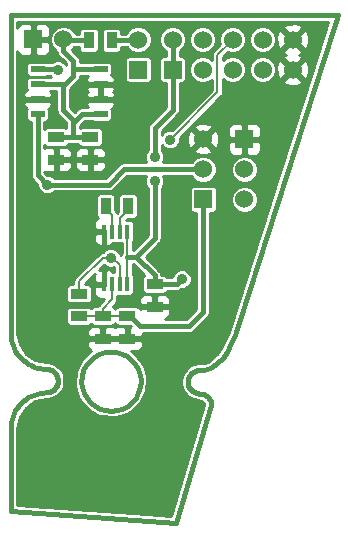
<source format=gbl>
G04 (created by PCBNEW-RS274X (2012-01-19 BZR 3256)-stable) date 21-08-2012 21:42:41*
G01*
G70*
G90*
%MOIN*%
G04 Gerber Fmt 3.4, Leading zero omitted, Abs format*
%FSLAX34Y34*%
G04 APERTURE LIST*
%ADD10C,0.006000*%
%ADD11C,0.015000*%
%ADD12R,0.045000X0.020000*%
%ADD13R,0.035000X0.055000*%
%ADD14R,0.055000X0.035000*%
%ADD15R,0.016000X0.050000*%
%ADD16R,0.060000X0.060000*%
%ADD17C,0.060000*%
%ADD18C,0.035000*%
%ADD19C,0.008000*%
%ADD20C,0.016000*%
%ADD21C,0.010000*%
G04 APERTURE END LIST*
G54D10*
G54D11*
X50413Y-33996D02*
X50610Y-33819D01*
X50256Y-34114D02*
X50413Y-33996D01*
X50197Y-34154D02*
X50256Y-34114D01*
X50098Y-34193D02*
X50197Y-34154D01*
X49980Y-34213D02*
X50098Y-34193D01*
X49843Y-34213D02*
X49980Y-34213D01*
X50768Y-33602D02*
X50610Y-33819D01*
X50906Y-33327D02*
X50768Y-33602D01*
X51024Y-33031D02*
X50906Y-33327D01*
X49843Y-34212D02*
X49809Y-34214D01*
X49775Y-34218D01*
X49742Y-34226D01*
X49709Y-34236D01*
X49677Y-34249D01*
X49647Y-34265D01*
X49618Y-34284D01*
X49590Y-34305D01*
X49565Y-34328D01*
X49542Y-34353D01*
X49521Y-34381D01*
X49502Y-34410D01*
X49486Y-34440D01*
X49473Y-34472D01*
X49463Y-34505D01*
X49455Y-34538D01*
X49451Y-34572D01*
X49449Y-34606D01*
X50237Y-35394D02*
X50235Y-35360D01*
X50231Y-35326D01*
X50223Y-35293D01*
X50213Y-35260D01*
X50200Y-35228D01*
X50184Y-35198D01*
X50165Y-35169D01*
X50144Y-35141D01*
X50121Y-35116D01*
X50096Y-35093D01*
X50068Y-35072D01*
X50040Y-35053D01*
X50009Y-35037D01*
X49977Y-35024D01*
X49944Y-35014D01*
X49911Y-35006D01*
X49877Y-35002D01*
X49843Y-35000D01*
X49449Y-34606D02*
X49451Y-34640D01*
X49455Y-34674D01*
X49463Y-34707D01*
X49473Y-34740D01*
X49486Y-34772D01*
X49502Y-34802D01*
X49521Y-34831D01*
X49542Y-34859D01*
X49565Y-34884D01*
X49590Y-34907D01*
X49618Y-34928D01*
X49647Y-34947D01*
X49677Y-34963D01*
X49709Y-34976D01*
X49742Y-34986D01*
X49775Y-34994D01*
X49809Y-34998D01*
X49843Y-35000D01*
X44724Y-34961D02*
X44622Y-34966D01*
X44519Y-34979D01*
X44419Y-35002D01*
X44321Y-35033D01*
X44225Y-35072D01*
X44134Y-35120D01*
X44047Y-35175D01*
X43965Y-35238D01*
X43889Y-35307D01*
X43820Y-35383D01*
X43757Y-35465D01*
X43702Y-35552D01*
X43654Y-35643D01*
X43615Y-35739D01*
X43584Y-35837D01*
X43561Y-35937D01*
X43548Y-36040D01*
X43543Y-36142D01*
X44724Y-34961D02*
X44758Y-34959D01*
X44792Y-34955D01*
X44825Y-34947D01*
X44858Y-34937D01*
X44890Y-34924D01*
X44921Y-34908D01*
X44949Y-34889D01*
X44977Y-34868D01*
X45002Y-34845D01*
X45025Y-34820D01*
X45046Y-34792D01*
X45065Y-34763D01*
X45081Y-34733D01*
X45094Y-34701D01*
X45104Y-34668D01*
X45112Y-34635D01*
X45116Y-34601D01*
X45118Y-34567D01*
X45118Y-34567D02*
X45116Y-34533D01*
X45112Y-34499D01*
X45104Y-34466D01*
X45094Y-34433D01*
X45081Y-34401D01*
X45065Y-34371D01*
X45046Y-34342D01*
X45025Y-34314D01*
X45002Y-34289D01*
X44977Y-34266D01*
X44949Y-34245D01*
X44921Y-34226D01*
X44890Y-34210D01*
X44858Y-34197D01*
X44825Y-34187D01*
X44792Y-34179D01*
X44758Y-34175D01*
X44724Y-34173D01*
X43543Y-32992D02*
X43548Y-33094D01*
X43561Y-33197D01*
X43584Y-33297D01*
X43615Y-33395D01*
X43654Y-33491D01*
X43702Y-33582D01*
X43757Y-33669D01*
X43820Y-33751D01*
X43889Y-33827D01*
X43965Y-33896D01*
X44047Y-33959D01*
X44134Y-34014D01*
X44225Y-34062D01*
X44321Y-34101D01*
X44419Y-34132D01*
X44519Y-34155D01*
X44622Y-34168D01*
X44724Y-34173D01*
X51024Y-33031D02*
X54449Y-22382D01*
X43543Y-32992D02*
X43543Y-22382D01*
X43543Y-22382D02*
X54449Y-22382D01*
X47878Y-34587D02*
X47859Y-34778D01*
X47803Y-34963D01*
X47712Y-35133D01*
X47591Y-35283D01*
X47442Y-35406D01*
X47272Y-35497D01*
X47088Y-35554D01*
X46896Y-35574D01*
X46705Y-35557D01*
X46520Y-35503D01*
X46350Y-35413D01*
X46199Y-35292D01*
X46075Y-35145D01*
X45982Y-34976D01*
X45924Y-34792D01*
X45903Y-34600D01*
X45919Y-34409D01*
X45972Y-34224D01*
X46060Y-34052D01*
X46180Y-33901D01*
X46327Y-33776D01*
X46495Y-33682D01*
X46678Y-33623D01*
X46870Y-33600D01*
X47061Y-33615D01*
X47247Y-33666D01*
X47419Y-33753D01*
X47571Y-33872D01*
X47697Y-34018D01*
X47792Y-34186D01*
X47853Y-34369D01*
X47877Y-34560D01*
X47878Y-34587D01*
X50236Y-35394D02*
X49055Y-39311D01*
X43543Y-38917D02*
X43543Y-36102D01*
X43543Y-38917D02*
X49055Y-39311D01*
G54D12*
X44444Y-24188D03*
X46544Y-24188D03*
X44444Y-24688D03*
X44444Y-25188D03*
X44444Y-25688D03*
X46544Y-24688D03*
X46544Y-25188D03*
X46544Y-25688D03*
G54D13*
X46160Y-23228D03*
X46910Y-23228D03*
G54D14*
X48347Y-31357D03*
X48347Y-32107D03*
X47441Y-32420D03*
X47441Y-33170D03*
X45061Y-26453D03*
X45061Y-27203D03*
X46614Y-32420D03*
X46614Y-33170D03*
X46202Y-26453D03*
X46202Y-27203D03*
G54D13*
X47462Y-28740D03*
X46712Y-28740D03*
G54D14*
X45827Y-32422D03*
X45827Y-31672D03*
G54D15*
X47433Y-31347D03*
X47178Y-31347D03*
X46918Y-31347D03*
X46663Y-31347D03*
X46663Y-29597D03*
X46918Y-29597D03*
X47178Y-29597D03*
X47433Y-29597D03*
G54D16*
X44303Y-23189D03*
G54D17*
X45303Y-23189D03*
G54D16*
X51339Y-26520D03*
G54D17*
X51339Y-27520D03*
X51339Y-28520D03*
G54D16*
X49961Y-28520D03*
G54D17*
X49961Y-27520D03*
X49961Y-26520D03*
G54D16*
X47795Y-24201D03*
G54D17*
X47795Y-23201D03*
G54D16*
X48945Y-24201D03*
G54D17*
X48945Y-23201D03*
X49945Y-24201D03*
X49945Y-23201D03*
X50945Y-24201D03*
X50945Y-23201D03*
X51945Y-24201D03*
X51945Y-23201D03*
X52945Y-24201D03*
X52945Y-23201D03*
G54D18*
X48346Y-27913D03*
X48346Y-27126D03*
X49252Y-31181D03*
X45118Y-24213D03*
X46752Y-37126D03*
X47559Y-26594D03*
X49094Y-30295D03*
X44193Y-29193D03*
X48858Y-26535D03*
X44764Y-28031D03*
X46890Y-30472D03*
G54D19*
X48337Y-31347D02*
X48347Y-31357D01*
G54D20*
X48945Y-25543D02*
X48346Y-26142D01*
X48347Y-31357D02*
X49076Y-31357D01*
X48945Y-24201D02*
X48945Y-25543D01*
X48346Y-29804D02*
X47717Y-30433D01*
X48346Y-29804D02*
X48346Y-27913D01*
X48347Y-31357D02*
X48347Y-31063D01*
G54D19*
X47433Y-29597D02*
X47433Y-30433D01*
G54D20*
X48346Y-26142D02*
X48346Y-27126D01*
X47717Y-30433D02*
X47433Y-30433D01*
X49076Y-31357D02*
X49252Y-31181D01*
X48937Y-24209D02*
X48945Y-24201D01*
X48945Y-23201D02*
X48945Y-24201D01*
X48347Y-31063D02*
X47717Y-30433D01*
G54D19*
X47433Y-30433D02*
X47433Y-31347D01*
G54D20*
X46544Y-24188D02*
X45630Y-24188D01*
X45630Y-25984D02*
X45630Y-25866D01*
X45630Y-24188D02*
X45630Y-24173D01*
X45303Y-24737D02*
X45303Y-24688D01*
X45342Y-23228D02*
X45303Y-23189D01*
X46544Y-25688D02*
X45926Y-25688D01*
X45303Y-25539D02*
X45303Y-24737D01*
X45303Y-25539D02*
X45630Y-25866D01*
X45630Y-24173D02*
X45630Y-24410D01*
X44444Y-24688D02*
X45303Y-24688D01*
X45926Y-25688D02*
X45630Y-25984D01*
X45432Y-23700D02*
X45303Y-23571D01*
X45630Y-24173D02*
X45630Y-23898D01*
X45630Y-23898D02*
X45432Y-23700D01*
X45303Y-23571D02*
X45303Y-23189D01*
X45630Y-26453D02*
X45630Y-25984D01*
X45630Y-26453D02*
X46202Y-26453D01*
X45342Y-23228D02*
X45303Y-23189D01*
X45630Y-24410D02*
X45303Y-24737D01*
X45061Y-26453D02*
X45630Y-26453D01*
X46160Y-23228D02*
X45342Y-23228D01*
X45118Y-24213D02*
X45093Y-24188D01*
X45093Y-24188D02*
X44444Y-24188D01*
G54D19*
X48858Y-26535D02*
X50433Y-24960D01*
X50433Y-23713D02*
X50945Y-23201D01*
X50433Y-24960D02*
X50433Y-23713D01*
X47178Y-29597D02*
X47178Y-29160D01*
X47178Y-29160D02*
X47462Y-28876D01*
X47462Y-28876D02*
X47462Y-28740D01*
X46712Y-28838D02*
X46918Y-29044D01*
X46918Y-29044D02*
X46918Y-29597D01*
X46712Y-28740D02*
X46712Y-28838D01*
G54D20*
X46910Y-23228D02*
X47768Y-23228D01*
X47768Y-23228D02*
X47795Y-23201D01*
G54D19*
X46614Y-32420D02*
X45829Y-32420D01*
X45829Y-32420D02*
X45827Y-32422D01*
G54D20*
X47538Y-32420D02*
X47874Y-32756D01*
X49488Y-32756D02*
X49961Y-32283D01*
G54D19*
X46918Y-31861D02*
X46918Y-31347D01*
X46614Y-32420D02*
X46614Y-32165D01*
G54D20*
X47441Y-32420D02*
X47538Y-32420D01*
G54D19*
X46614Y-32165D02*
X46918Y-31861D01*
G54D20*
X47874Y-32756D02*
X48859Y-32756D01*
X49961Y-32283D02*
X49961Y-28520D01*
G54D19*
X46614Y-32420D02*
X47441Y-32420D01*
G54D20*
X48859Y-32756D02*
X49488Y-32756D01*
X47323Y-27520D02*
X46812Y-28031D01*
X44764Y-28031D02*
X44763Y-28031D01*
X46812Y-28031D02*
X44764Y-28031D01*
X44444Y-25688D02*
X44444Y-27712D01*
X44444Y-27712D02*
X44763Y-28031D01*
X47323Y-27520D02*
X49961Y-27520D01*
G54D19*
X46890Y-30472D02*
X46615Y-30472D01*
X45827Y-31260D02*
X45827Y-31672D01*
X46615Y-30472D02*
X45827Y-31260D01*
X46890Y-30472D02*
X46928Y-30472D01*
X47178Y-30722D02*
X47178Y-31347D01*
X46928Y-30472D02*
X47178Y-30722D01*
G54D10*
G36*
X54134Y-22607D02*
X53488Y-24619D01*
X53488Y-24280D01*
X53488Y-23280D01*
X53477Y-23067D01*
X53417Y-22920D01*
X53323Y-22893D01*
X53253Y-22963D01*
X53253Y-22823D01*
X53226Y-22729D01*
X53024Y-22658D01*
X52811Y-22669D01*
X52664Y-22729D01*
X52637Y-22823D01*
X52945Y-23130D01*
X53253Y-22823D01*
X53253Y-22963D01*
X53016Y-23201D01*
X53323Y-23509D01*
X53417Y-23482D01*
X53488Y-23280D01*
X53488Y-24280D01*
X53477Y-24067D01*
X53417Y-23920D01*
X53323Y-23893D01*
X53253Y-23963D01*
X53253Y-23823D01*
X53226Y-23729D01*
X53152Y-23703D01*
X53226Y-23673D01*
X53253Y-23579D01*
X52945Y-23272D01*
X52874Y-23342D01*
X52874Y-23201D01*
X52567Y-22893D01*
X52473Y-22920D01*
X52402Y-23122D01*
X52413Y-23335D01*
X52473Y-23482D01*
X52567Y-23509D01*
X52874Y-23201D01*
X52874Y-23342D01*
X52637Y-23579D01*
X52664Y-23673D01*
X52737Y-23698D01*
X52664Y-23729D01*
X52637Y-23823D01*
X52945Y-24130D01*
X53253Y-23823D01*
X53253Y-23963D01*
X53016Y-24201D01*
X53323Y-24509D01*
X53417Y-24482D01*
X53488Y-24280D01*
X53488Y-24619D01*
X53253Y-25351D01*
X53253Y-24579D01*
X52945Y-24272D01*
X52874Y-24342D01*
X52874Y-24201D01*
X52567Y-23893D01*
X52473Y-23920D01*
X52402Y-24122D01*
X52413Y-24335D01*
X52473Y-24482D01*
X52567Y-24509D01*
X52874Y-24201D01*
X52874Y-24342D01*
X52637Y-24579D01*
X52664Y-24673D01*
X52866Y-24744D01*
X53079Y-24733D01*
X53226Y-24673D01*
X53253Y-24579D01*
X53253Y-25351D01*
X52394Y-28026D01*
X52394Y-24291D01*
X52394Y-24112D01*
X52394Y-23291D01*
X52394Y-23112D01*
X52326Y-22947D01*
X52200Y-22821D01*
X52035Y-22752D01*
X51856Y-22752D01*
X51691Y-22820D01*
X51565Y-22946D01*
X51496Y-23111D01*
X51496Y-23290D01*
X51564Y-23455D01*
X51690Y-23581D01*
X51855Y-23650D01*
X52034Y-23650D01*
X52199Y-23582D01*
X52325Y-23456D01*
X52394Y-23291D01*
X52394Y-24112D01*
X52326Y-23947D01*
X52200Y-23821D01*
X52035Y-23752D01*
X51856Y-23752D01*
X51691Y-23820D01*
X51565Y-23946D01*
X51496Y-24111D01*
X51496Y-24290D01*
X51564Y-24455D01*
X51690Y-24581D01*
X51855Y-24650D01*
X52034Y-24650D01*
X52199Y-24582D01*
X52325Y-24456D01*
X52394Y-24291D01*
X52394Y-28026D01*
X51889Y-29599D01*
X51889Y-26632D01*
X51889Y-26408D01*
X51888Y-26171D01*
X51850Y-26079D01*
X51780Y-26009D01*
X51689Y-25971D01*
X51590Y-25971D01*
X51451Y-25970D01*
X51394Y-26027D01*
X51394Y-24291D01*
X51394Y-24112D01*
X51326Y-23947D01*
X51200Y-23821D01*
X51035Y-23752D01*
X50856Y-23752D01*
X50691Y-23820D01*
X50623Y-23888D01*
X50623Y-23791D01*
X50790Y-23623D01*
X50855Y-23650D01*
X51034Y-23650D01*
X51199Y-23582D01*
X51325Y-23456D01*
X51394Y-23291D01*
X51394Y-23112D01*
X51326Y-22947D01*
X51200Y-22821D01*
X51035Y-22752D01*
X50856Y-22752D01*
X50691Y-22820D01*
X50565Y-22946D01*
X50496Y-23111D01*
X50496Y-23290D01*
X50522Y-23355D01*
X50394Y-23483D01*
X50394Y-23291D01*
X50394Y-23112D01*
X50326Y-22947D01*
X50200Y-22821D01*
X50035Y-22752D01*
X49856Y-22752D01*
X49691Y-22820D01*
X49565Y-22946D01*
X49496Y-23111D01*
X49496Y-23290D01*
X49564Y-23455D01*
X49690Y-23581D01*
X49855Y-23650D01*
X50034Y-23650D01*
X50199Y-23582D01*
X50325Y-23456D01*
X50394Y-23291D01*
X50394Y-23483D01*
X50299Y-23579D01*
X50257Y-23640D01*
X50243Y-23713D01*
X50243Y-23864D01*
X50200Y-23821D01*
X50035Y-23752D01*
X49856Y-23752D01*
X49691Y-23820D01*
X49565Y-23946D01*
X49496Y-24111D01*
X49496Y-24290D01*
X49564Y-24455D01*
X49690Y-24581D01*
X49855Y-24650D01*
X50034Y-24650D01*
X50199Y-24582D01*
X50243Y-24538D01*
X50243Y-24881D01*
X48914Y-26210D01*
X48794Y-26210D01*
X48674Y-26259D01*
X48583Y-26350D01*
X48576Y-26366D01*
X48576Y-26238D01*
X49108Y-25706D01*
X49157Y-25631D01*
X49175Y-25543D01*
X49175Y-24650D01*
X49275Y-24650D01*
X49330Y-24627D01*
X49372Y-24585D01*
X49394Y-24530D01*
X49394Y-24471D01*
X49394Y-23871D01*
X49371Y-23816D01*
X49329Y-23774D01*
X49274Y-23752D01*
X49215Y-23752D01*
X49175Y-23752D01*
X49175Y-23591D01*
X49199Y-23582D01*
X49325Y-23456D01*
X49394Y-23291D01*
X49394Y-23112D01*
X49326Y-22947D01*
X49200Y-22821D01*
X49035Y-22752D01*
X48856Y-22752D01*
X48691Y-22820D01*
X48565Y-22946D01*
X48496Y-23111D01*
X48496Y-23290D01*
X48564Y-23455D01*
X48690Y-23581D01*
X48715Y-23591D01*
X48715Y-23752D01*
X48615Y-23752D01*
X48560Y-23775D01*
X48518Y-23817D01*
X48496Y-23872D01*
X48496Y-23931D01*
X48496Y-24531D01*
X48519Y-24586D01*
X48561Y-24628D01*
X48616Y-24650D01*
X48675Y-24650D01*
X48715Y-24650D01*
X48715Y-25447D01*
X48244Y-25918D01*
X48244Y-24530D01*
X48244Y-24471D01*
X48244Y-23871D01*
X48244Y-23291D01*
X48244Y-23112D01*
X48176Y-22947D01*
X48050Y-22821D01*
X47885Y-22752D01*
X47706Y-22752D01*
X47541Y-22820D01*
X47415Y-22946D01*
X47393Y-22998D01*
X47234Y-22998D01*
X47234Y-22923D01*
X47211Y-22868D01*
X47169Y-22826D01*
X47114Y-22804D01*
X47055Y-22804D01*
X46705Y-22804D01*
X46650Y-22827D01*
X46608Y-22869D01*
X46586Y-22924D01*
X46586Y-22983D01*
X46586Y-23533D01*
X46609Y-23588D01*
X46651Y-23630D01*
X46706Y-23652D01*
X46765Y-23652D01*
X47115Y-23652D01*
X47170Y-23629D01*
X47212Y-23587D01*
X47234Y-23532D01*
X47234Y-23473D01*
X47234Y-23458D01*
X47417Y-23458D01*
X47540Y-23581D01*
X47705Y-23650D01*
X47884Y-23650D01*
X48049Y-23582D01*
X48175Y-23456D01*
X48244Y-23291D01*
X48244Y-23871D01*
X48221Y-23816D01*
X48179Y-23774D01*
X48124Y-23752D01*
X48065Y-23752D01*
X47465Y-23752D01*
X47410Y-23775D01*
X47368Y-23817D01*
X47346Y-23872D01*
X47346Y-23931D01*
X47346Y-24531D01*
X47369Y-24586D01*
X47411Y-24628D01*
X47466Y-24650D01*
X47525Y-24650D01*
X48125Y-24650D01*
X48180Y-24627D01*
X48222Y-24585D01*
X48244Y-24530D01*
X48244Y-25918D01*
X48183Y-25979D01*
X48134Y-26054D01*
X48115Y-26142D01*
X48116Y-26146D01*
X48116Y-26896D01*
X48071Y-26941D01*
X48021Y-27061D01*
X48021Y-27190D01*
X48061Y-27290D01*
X47323Y-27290D01*
X47235Y-27308D01*
X47160Y-27357D01*
X47158Y-27359D01*
X46727Y-27790D01*
X46727Y-27315D01*
X46727Y-27091D01*
X46726Y-26979D01*
X46688Y-26887D01*
X46618Y-26817D01*
X46527Y-26779D01*
X46428Y-26779D01*
X46314Y-26778D01*
X46252Y-26840D01*
X46252Y-27153D01*
X46665Y-27153D01*
X46727Y-27091D01*
X46727Y-27315D01*
X46665Y-27253D01*
X46252Y-27253D01*
X46252Y-27566D01*
X46314Y-27628D01*
X46428Y-27627D01*
X46527Y-27627D01*
X46618Y-27589D01*
X46688Y-27519D01*
X46726Y-27427D01*
X46727Y-27315D01*
X46727Y-27790D01*
X46716Y-27801D01*
X46152Y-27801D01*
X46152Y-27566D01*
X46152Y-27253D01*
X46152Y-27153D01*
X46152Y-26840D01*
X46090Y-26778D01*
X45976Y-26779D01*
X45877Y-26779D01*
X45786Y-26817D01*
X45716Y-26887D01*
X45678Y-26979D01*
X45677Y-27091D01*
X45739Y-27153D01*
X46152Y-27153D01*
X46152Y-27253D01*
X45739Y-27253D01*
X45677Y-27315D01*
X45678Y-27427D01*
X45716Y-27519D01*
X45786Y-27589D01*
X45877Y-27627D01*
X45976Y-27627D01*
X46090Y-27628D01*
X46152Y-27566D01*
X46152Y-27801D01*
X45586Y-27801D01*
X45586Y-27315D01*
X45586Y-27091D01*
X45585Y-26979D01*
X45547Y-26887D01*
X45477Y-26817D01*
X45386Y-26779D01*
X45287Y-26779D01*
X45173Y-26778D01*
X45111Y-26840D01*
X45111Y-27153D01*
X45524Y-27153D01*
X45586Y-27091D01*
X45586Y-27315D01*
X45524Y-27253D01*
X45111Y-27253D01*
X45111Y-27566D01*
X45173Y-27628D01*
X45287Y-27627D01*
X45386Y-27627D01*
X45477Y-27589D01*
X45547Y-27519D01*
X45585Y-27427D01*
X45586Y-27315D01*
X45586Y-27801D01*
X44994Y-27801D01*
X44949Y-27756D01*
X44829Y-27706D01*
X44764Y-27706D01*
X44674Y-27616D01*
X44674Y-27601D01*
X44736Y-27627D01*
X44835Y-27627D01*
X44949Y-27628D01*
X45011Y-27566D01*
X45011Y-27303D01*
X45011Y-27253D01*
X45011Y-27153D01*
X45011Y-27103D01*
X45011Y-26840D01*
X44949Y-26778D01*
X44835Y-26779D01*
X44736Y-26779D01*
X44674Y-26804D01*
X44674Y-26727D01*
X44702Y-26755D01*
X44757Y-26777D01*
X44816Y-26777D01*
X45366Y-26777D01*
X45421Y-26754D01*
X45463Y-26712D01*
X45474Y-26683D01*
X45630Y-26683D01*
X45788Y-26683D01*
X45801Y-26713D01*
X45843Y-26755D01*
X45898Y-26777D01*
X45957Y-26777D01*
X46507Y-26777D01*
X46562Y-26754D01*
X46604Y-26712D01*
X46626Y-26657D01*
X46626Y-26598D01*
X46626Y-26248D01*
X46603Y-26193D01*
X46561Y-26151D01*
X46506Y-26129D01*
X46447Y-26129D01*
X45897Y-26129D01*
X45860Y-26144D01*
X45860Y-26079D01*
X46021Y-25918D01*
X46242Y-25918D01*
X46290Y-25937D01*
X46349Y-25937D01*
X46799Y-25937D01*
X46854Y-25914D01*
X46896Y-25872D01*
X46918Y-25817D01*
X46918Y-25758D01*
X46918Y-25558D01*
X46895Y-25504D01*
X46910Y-25499D01*
X46980Y-25429D01*
X47018Y-25337D01*
X47019Y-25300D01*
X47019Y-25076D01*
X47018Y-25039D01*
X46980Y-24947D01*
X46971Y-24938D01*
X46980Y-24929D01*
X47018Y-24837D01*
X47019Y-24800D01*
X46957Y-24738D01*
X46594Y-24738D01*
X46594Y-24900D01*
X46594Y-24976D01*
X46594Y-25138D01*
X46957Y-25138D01*
X47019Y-25076D01*
X47019Y-25300D01*
X46957Y-25238D01*
X46644Y-25238D01*
X46594Y-25238D01*
X46494Y-25238D01*
X46494Y-25138D01*
X46494Y-24976D01*
X46494Y-24900D01*
X46494Y-24738D01*
X46131Y-24738D01*
X46069Y-24800D01*
X46070Y-24837D01*
X46108Y-24929D01*
X46117Y-24938D01*
X46108Y-24947D01*
X46070Y-25039D01*
X46069Y-25076D01*
X46131Y-25138D01*
X46494Y-25138D01*
X46494Y-25238D01*
X46444Y-25238D01*
X46131Y-25238D01*
X46069Y-25300D01*
X46070Y-25337D01*
X46108Y-25429D01*
X46137Y-25458D01*
X45926Y-25458D01*
X45838Y-25476D01*
X45763Y-25525D01*
X45761Y-25527D01*
X45689Y-25599D01*
X45533Y-25443D01*
X45533Y-24832D01*
X45790Y-24574D01*
X45792Y-24573D01*
X45793Y-24573D01*
X45842Y-24498D01*
X45858Y-24418D01*
X46137Y-24418D01*
X46108Y-24447D01*
X46070Y-24539D01*
X46069Y-24576D01*
X46131Y-24638D01*
X46444Y-24638D01*
X46494Y-24638D01*
X46594Y-24638D01*
X46644Y-24638D01*
X46957Y-24638D01*
X47019Y-24576D01*
X47018Y-24539D01*
X46980Y-24447D01*
X46910Y-24377D01*
X46896Y-24371D01*
X46918Y-24317D01*
X46918Y-24258D01*
X46918Y-24058D01*
X46895Y-24003D01*
X46853Y-23961D01*
X46798Y-23939D01*
X46739Y-23939D01*
X46289Y-23939D01*
X46243Y-23958D01*
X45860Y-23958D01*
X45860Y-23902D01*
X45860Y-23898D01*
X45861Y-23898D01*
X45842Y-23810D01*
X45793Y-23735D01*
X45595Y-23537D01*
X45592Y-23535D01*
X45592Y-23534D01*
X45669Y-23458D01*
X45836Y-23458D01*
X45836Y-23533D01*
X45859Y-23588D01*
X45901Y-23630D01*
X45956Y-23652D01*
X46015Y-23652D01*
X46365Y-23652D01*
X46420Y-23629D01*
X46462Y-23587D01*
X46484Y-23532D01*
X46484Y-23473D01*
X46484Y-22923D01*
X46461Y-22868D01*
X46419Y-22826D01*
X46364Y-22804D01*
X46305Y-22804D01*
X45955Y-22804D01*
X45900Y-22827D01*
X45858Y-22869D01*
X45836Y-22924D01*
X45836Y-22983D01*
X45836Y-22998D01*
X45709Y-22998D01*
X45684Y-22935D01*
X45558Y-22809D01*
X45393Y-22740D01*
X45214Y-22740D01*
X45049Y-22808D01*
X44923Y-22934D01*
X44854Y-23099D01*
X44854Y-23278D01*
X44922Y-23443D01*
X45048Y-23569D01*
X45073Y-23579D01*
X45074Y-23580D01*
X45091Y-23659D01*
X45140Y-23734D01*
X45267Y-23860D01*
X45269Y-23863D01*
X45400Y-23994D01*
X45400Y-24043D01*
X45394Y-24029D01*
X45303Y-23938D01*
X45183Y-23888D01*
X45054Y-23888D01*
X44934Y-23937D01*
X44913Y-23958D01*
X44853Y-23958D01*
X44853Y-23301D01*
X44853Y-23077D01*
X44852Y-22938D01*
X44852Y-22839D01*
X44814Y-22748D01*
X44744Y-22678D01*
X44652Y-22640D01*
X44415Y-22639D01*
X44353Y-22701D01*
X44353Y-23139D01*
X44791Y-23139D01*
X44853Y-23077D01*
X44853Y-23301D01*
X44791Y-23239D01*
X44353Y-23239D01*
X44353Y-23677D01*
X44415Y-23739D01*
X44652Y-23738D01*
X44744Y-23700D01*
X44814Y-23630D01*
X44852Y-23539D01*
X44852Y-23440D01*
X44853Y-23301D01*
X44853Y-23958D01*
X44745Y-23958D01*
X44698Y-23939D01*
X44639Y-23939D01*
X44189Y-23939D01*
X44134Y-23962D01*
X44092Y-24004D01*
X44070Y-24059D01*
X44070Y-24118D01*
X44070Y-24318D01*
X44093Y-24373D01*
X44135Y-24415D01*
X44190Y-24437D01*
X44249Y-24437D01*
X44699Y-24437D01*
X44744Y-24418D01*
X44863Y-24418D01*
X44903Y-24458D01*
X44745Y-24458D01*
X44698Y-24439D01*
X44639Y-24439D01*
X44189Y-24439D01*
X44134Y-24462D01*
X44092Y-24504D01*
X44070Y-24559D01*
X44070Y-24618D01*
X44070Y-24818D01*
X44092Y-24871D01*
X44078Y-24877D01*
X44008Y-24947D01*
X43970Y-25039D01*
X43969Y-25076D01*
X44031Y-25138D01*
X44344Y-25138D01*
X44394Y-25138D01*
X44494Y-25138D01*
X44544Y-25138D01*
X44857Y-25138D01*
X44919Y-25076D01*
X44918Y-25039D01*
X44880Y-24947D01*
X44851Y-24918D01*
X45073Y-24918D01*
X45073Y-25534D01*
X45072Y-25539D01*
X45091Y-25627D01*
X45140Y-25702D01*
X45400Y-25961D01*
X45400Y-25979D01*
X45399Y-25984D01*
X45400Y-25988D01*
X45400Y-26143D01*
X45365Y-26129D01*
X45306Y-26129D01*
X44756Y-26129D01*
X44701Y-26152D01*
X44674Y-26179D01*
X44674Y-25937D01*
X44699Y-25937D01*
X44754Y-25914D01*
X44796Y-25872D01*
X44818Y-25817D01*
X44818Y-25758D01*
X44818Y-25558D01*
X44795Y-25504D01*
X44810Y-25499D01*
X44880Y-25429D01*
X44918Y-25337D01*
X44919Y-25300D01*
X44857Y-25238D01*
X44544Y-25238D01*
X44494Y-25238D01*
X44394Y-25238D01*
X44344Y-25238D01*
X44031Y-25238D01*
X43969Y-25300D01*
X43970Y-25337D01*
X44008Y-25429D01*
X44078Y-25499D01*
X44091Y-25504D01*
X44070Y-25559D01*
X44070Y-25618D01*
X44070Y-25818D01*
X44093Y-25873D01*
X44135Y-25915D01*
X44190Y-25937D01*
X44214Y-25937D01*
X44214Y-27707D01*
X44213Y-27712D01*
X44232Y-27800D01*
X44281Y-27875D01*
X44439Y-28033D01*
X44439Y-28095D01*
X44488Y-28215D01*
X44579Y-28306D01*
X44699Y-28356D01*
X44828Y-28356D01*
X44948Y-28307D01*
X44994Y-28261D01*
X46807Y-28261D01*
X46812Y-28262D01*
X46812Y-28261D01*
X46900Y-28243D01*
X46975Y-28194D01*
X47418Y-27750D01*
X48061Y-27750D01*
X48021Y-27848D01*
X48021Y-27977D01*
X48070Y-28097D01*
X48116Y-28143D01*
X48116Y-29708D01*
X47623Y-30201D01*
X47623Y-29948D01*
X47640Y-29931D01*
X47662Y-29876D01*
X47662Y-29817D01*
X47662Y-29317D01*
X47639Y-29262D01*
X47597Y-29220D01*
X47542Y-29198D01*
X47483Y-29198D01*
X47408Y-29198D01*
X47442Y-29164D01*
X47667Y-29164D01*
X47722Y-29141D01*
X47764Y-29099D01*
X47786Y-29044D01*
X47786Y-28985D01*
X47786Y-28435D01*
X47763Y-28380D01*
X47721Y-28338D01*
X47666Y-28316D01*
X47607Y-28316D01*
X47257Y-28316D01*
X47202Y-28339D01*
X47160Y-28381D01*
X47138Y-28436D01*
X47138Y-28495D01*
X47138Y-28931D01*
X47094Y-28975D01*
X47094Y-28971D01*
X47052Y-28910D01*
X47052Y-28909D01*
X47036Y-28893D01*
X47036Y-28435D01*
X47013Y-28380D01*
X46971Y-28338D01*
X46916Y-28316D01*
X46857Y-28316D01*
X46507Y-28316D01*
X46452Y-28339D01*
X46410Y-28381D01*
X46388Y-28436D01*
X46388Y-28495D01*
X46388Y-29045D01*
X46411Y-29100D01*
X46445Y-29134D01*
X46442Y-29136D01*
X46372Y-29206D01*
X46334Y-29297D01*
X46334Y-29396D01*
X46333Y-29485D01*
X46395Y-29547D01*
X46563Y-29547D01*
X46623Y-29547D01*
X46689Y-29547D01*
X46689Y-29877D01*
X46703Y-29910D01*
X46703Y-30035D01*
X46765Y-30097D01*
X46792Y-30096D01*
X46884Y-30058D01*
X46946Y-29996D01*
X47028Y-29996D01*
X47048Y-29987D01*
X47069Y-29996D01*
X47128Y-29996D01*
X47243Y-29996D01*
X47243Y-30311D01*
X47221Y-30345D01*
X47210Y-30396D01*
X47166Y-30288D01*
X47075Y-30197D01*
X46955Y-30147D01*
X46826Y-30147D01*
X46706Y-30196D01*
X46623Y-30279D01*
X46623Y-30035D01*
X46623Y-29647D01*
X46395Y-29647D01*
X46333Y-29709D01*
X46334Y-29798D01*
X46334Y-29897D01*
X46372Y-29988D01*
X46442Y-30058D01*
X46534Y-30096D01*
X46561Y-30097D01*
X46623Y-30035D01*
X46623Y-30279D01*
X46620Y-30282D01*
X46615Y-30282D01*
X46542Y-30296D01*
X46480Y-30338D01*
X45693Y-31126D01*
X45651Y-31187D01*
X45637Y-31260D01*
X45637Y-31348D01*
X45522Y-31348D01*
X45467Y-31371D01*
X45425Y-31413D01*
X45403Y-31468D01*
X45403Y-31527D01*
X45403Y-31877D01*
X45426Y-31932D01*
X45468Y-31974D01*
X45523Y-31996D01*
X45582Y-31996D01*
X46132Y-31996D01*
X46187Y-31973D01*
X46229Y-31931D01*
X46251Y-31876D01*
X46251Y-31817D01*
X46251Y-31467D01*
X46228Y-31412D01*
X46186Y-31370D01*
X46131Y-31348D01*
X46072Y-31348D01*
X46017Y-31348D01*
X46017Y-31338D01*
X46352Y-31003D01*
X46334Y-31047D01*
X46334Y-31146D01*
X46333Y-31235D01*
X46395Y-31297D01*
X46623Y-31297D01*
X46623Y-30909D01*
X46561Y-30847D01*
X46534Y-30848D01*
X46489Y-30866D01*
X46656Y-30698D01*
X46705Y-30747D01*
X46825Y-30797D01*
X46954Y-30797D01*
X46975Y-30788D01*
X46988Y-30800D01*
X46988Y-30948D01*
X46968Y-30948D01*
X46946Y-30948D01*
X46884Y-30886D01*
X46792Y-30848D01*
X46765Y-30847D01*
X46703Y-30909D01*
X46703Y-31033D01*
X46689Y-31068D01*
X46689Y-31127D01*
X46689Y-31397D01*
X46623Y-31397D01*
X46563Y-31397D01*
X46395Y-31397D01*
X46333Y-31459D01*
X46334Y-31548D01*
X46334Y-31647D01*
X46372Y-31738D01*
X46442Y-31808D01*
X46534Y-31846D01*
X46561Y-31847D01*
X46563Y-31845D01*
X46563Y-31847D01*
X46623Y-31847D01*
X46663Y-31847D01*
X46623Y-31887D01*
X46480Y-32031D01*
X46438Y-32092D01*
X46437Y-32096D01*
X46309Y-32096D01*
X46254Y-32119D01*
X46219Y-32153D01*
X46186Y-32120D01*
X46131Y-32098D01*
X46072Y-32098D01*
X45522Y-32098D01*
X45467Y-32121D01*
X45425Y-32163D01*
X45403Y-32218D01*
X45403Y-32277D01*
X45403Y-32627D01*
X45426Y-32682D01*
X45468Y-32724D01*
X45523Y-32746D01*
X45582Y-32746D01*
X46132Y-32746D01*
X46187Y-32723D01*
X46221Y-32688D01*
X46255Y-32722D01*
X46310Y-32744D01*
X46369Y-32744D01*
X46919Y-32744D01*
X46974Y-32721D01*
X47016Y-32679D01*
X47027Y-32650D01*
X47040Y-32680D01*
X47082Y-32722D01*
X47137Y-32744D01*
X47196Y-32744D01*
X47536Y-32744D01*
X47545Y-32753D01*
X47491Y-32807D01*
X47491Y-33120D01*
X47904Y-33120D01*
X47966Y-33058D01*
X47965Y-32986D01*
X48859Y-32986D01*
X49483Y-32986D01*
X49488Y-32987D01*
X49488Y-32986D01*
X49576Y-32968D01*
X49651Y-32919D01*
X50121Y-32447D01*
X50123Y-32446D01*
X50124Y-32446D01*
X50172Y-32371D01*
X50173Y-32371D01*
X50187Y-32298D01*
X50191Y-32284D01*
X50190Y-32283D01*
X50191Y-32283D01*
X50191Y-28969D01*
X50291Y-28969D01*
X50346Y-28946D01*
X50388Y-28904D01*
X50410Y-28849D01*
X50410Y-28790D01*
X50410Y-28190D01*
X50387Y-28135D01*
X50345Y-28093D01*
X50290Y-28071D01*
X50231Y-28071D01*
X49631Y-28071D01*
X49576Y-28094D01*
X49534Y-28136D01*
X49512Y-28191D01*
X49512Y-28250D01*
X49512Y-28850D01*
X49535Y-28905D01*
X49577Y-28947D01*
X49632Y-28969D01*
X49691Y-28969D01*
X49731Y-28969D01*
X49731Y-32187D01*
X49392Y-32526D01*
X48859Y-32526D01*
X48683Y-32526D01*
X48763Y-32493D01*
X48833Y-32423D01*
X48871Y-32331D01*
X48872Y-32219D01*
X48872Y-31995D01*
X48871Y-31883D01*
X48833Y-31791D01*
X48763Y-31721D01*
X48672Y-31683D01*
X48573Y-31683D01*
X48459Y-31682D01*
X48397Y-31744D01*
X48397Y-32057D01*
X48810Y-32057D01*
X48872Y-31995D01*
X48872Y-32219D01*
X48810Y-32157D01*
X48447Y-32157D01*
X48397Y-32157D01*
X48297Y-32157D01*
X48297Y-32057D01*
X48297Y-31744D01*
X48235Y-31682D01*
X48121Y-31683D01*
X48022Y-31683D01*
X47931Y-31721D01*
X47861Y-31791D01*
X47823Y-31883D01*
X47822Y-31995D01*
X47884Y-32057D01*
X48297Y-32057D01*
X48297Y-32157D01*
X48247Y-32157D01*
X47884Y-32157D01*
X47853Y-32187D01*
X47842Y-32160D01*
X47800Y-32118D01*
X47745Y-32096D01*
X47686Y-32096D01*
X47136Y-32096D01*
X47081Y-32119D01*
X47039Y-32161D01*
X47027Y-32189D01*
X47015Y-32160D01*
X46973Y-32118D01*
X46942Y-32105D01*
X47052Y-31996D01*
X47052Y-31995D01*
X47068Y-31970D01*
X47093Y-31934D01*
X47094Y-31934D01*
X47107Y-31862D01*
X47108Y-31861D01*
X47108Y-31746D01*
X47128Y-31746D01*
X47288Y-31746D01*
X47305Y-31738D01*
X47324Y-31746D01*
X47383Y-31746D01*
X47543Y-31746D01*
X47598Y-31723D01*
X47640Y-31681D01*
X47662Y-31626D01*
X47662Y-31567D01*
X47662Y-31067D01*
X47639Y-31012D01*
X47623Y-30996D01*
X47623Y-30664D01*
X48006Y-31047D01*
X47987Y-31056D01*
X47945Y-31098D01*
X47923Y-31153D01*
X47923Y-31212D01*
X47923Y-31562D01*
X47946Y-31617D01*
X47988Y-31659D01*
X48043Y-31681D01*
X48102Y-31681D01*
X48652Y-31681D01*
X48707Y-31658D01*
X48749Y-31616D01*
X48760Y-31587D01*
X49071Y-31587D01*
X49076Y-31588D01*
X49076Y-31587D01*
X49164Y-31569D01*
X49239Y-31520D01*
X49252Y-31506D01*
X49316Y-31506D01*
X49436Y-31457D01*
X49527Y-31366D01*
X49577Y-31246D01*
X49577Y-31117D01*
X49528Y-30997D01*
X49437Y-30906D01*
X49317Y-30856D01*
X49188Y-30856D01*
X49068Y-30905D01*
X48977Y-30996D01*
X48927Y-31116D01*
X48927Y-31127D01*
X48760Y-31127D01*
X48748Y-31097D01*
X48706Y-31055D01*
X48651Y-31033D01*
X48592Y-31033D01*
X48570Y-31033D01*
X48559Y-30975D01*
X48510Y-30900D01*
X48507Y-30898D01*
X48042Y-30432D01*
X48506Y-29968D01*
X48508Y-29967D01*
X48509Y-29967D01*
X48558Y-29892D01*
X48576Y-29804D01*
X48576Y-28143D01*
X48621Y-28098D01*
X48671Y-27978D01*
X48671Y-27849D01*
X48630Y-27750D01*
X49570Y-27750D01*
X49580Y-27774D01*
X49706Y-27900D01*
X49871Y-27969D01*
X50050Y-27969D01*
X50215Y-27901D01*
X50341Y-27775D01*
X50410Y-27610D01*
X50410Y-27431D01*
X50342Y-27266D01*
X50269Y-27193D01*
X50269Y-26898D01*
X49961Y-26591D01*
X49890Y-26661D01*
X49890Y-26520D01*
X49583Y-26212D01*
X49489Y-26239D01*
X49418Y-26441D01*
X49429Y-26654D01*
X49489Y-26801D01*
X49583Y-26828D01*
X49890Y-26520D01*
X49890Y-26661D01*
X49653Y-26898D01*
X49680Y-26992D01*
X49882Y-27063D01*
X50095Y-27052D01*
X50242Y-26992D01*
X50269Y-26898D01*
X50269Y-27193D01*
X50216Y-27140D01*
X50051Y-27071D01*
X49872Y-27071D01*
X49707Y-27139D01*
X49581Y-27265D01*
X49570Y-27290D01*
X48629Y-27290D01*
X48671Y-27191D01*
X48671Y-27062D01*
X48622Y-26942D01*
X48576Y-26896D01*
X48576Y-26704D01*
X48582Y-26719D01*
X48673Y-26810D01*
X48793Y-26860D01*
X48922Y-26860D01*
X49042Y-26811D01*
X49133Y-26720D01*
X49183Y-26600D01*
X49183Y-26478D01*
X50567Y-25095D01*
X50567Y-25094D01*
X50609Y-25033D01*
X50622Y-24960D01*
X50623Y-24960D01*
X50623Y-24514D01*
X50690Y-24581D01*
X50855Y-24650D01*
X51034Y-24650D01*
X51199Y-24582D01*
X51325Y-24456D01*
X51394Y-24291D01*
X51394Y-26027D01*
X51389Y-26032D01*
X51389Y-26470D01*
X51827Y-26470D01*
X51889Y-26408D01*
X51889Y-26632D01*
X51827Y-26570D01*
X51389Y-26570D01*
X51389Y-27008D01*
X51451Y-27070D01*
X51590Y-27069D01*
X51689Y-27069D01*
X51780Y-27031D01*
X51850Y-26961D01*
X51888Y-26869D01*
X51889Y-26632D01*
X51889Y-29599D01*
X51788Y-29914D01*
X51788Y-28610D01*
X51788Y-28431D01*
X51788Y-27610D01*
X51788Y-27431D01*
X51720Y-27266D01*
X51594Y-27140D01*
X51429Y-27071D01*
X51289Y-27071D01*
X51289Y-27008D01*
X51289Y-26570D01*
X51289Y-26470D01*
X51289Y-26032D01*
X51227Y-25970D01*
X51088Y-25971D01*
X50989Y-25971D01*
X50898Y-26009D01*
X50828Y-26079D01*
X50790Y-26171D01*
X50789Y-26408D01*
X50851Y-26470D01*
X51289Y-26470D01*
X51289Y-26570D01*
X50851Y-26570D01*
X50789Y-26632D01*
X50790Y-26869D01*
X50828Y-26961D01*
X50898Y-27031D01*
X50989Y-27069D01*
X51088Y-27069D01*
X51227Y-27070D01*
X51289Y-27008D01*
X51289Y-27071D01*
X51250Y-27071D01*
X51085Y-27139D01*
X50959Y-27265D01*
X50890Y-27430D01*
X50890Y-27609D01*
X50958Y-27774D01*
X51084Y-27900D01*
X51249Y-27969D01*
X51428Y-27969D01*
X51593Y-27901D01*
X51719Y-27775D01*
X51788Y-27610D01*
X51788Y-28431D01*
X51720Y-28266D01*
X51594Y-28140D01*
X51429Y-28071D01*
X51250Y-28071D01*
X51085Y-28139D01*
X50959Y-28265D01*
X50890Y-28430D01*
X50890Y-28609D01*
X50958Y-28774D01*
X51084Y-28900D01*
X51249Y-28969D01*
X51428Y-28969D01*
X51593Y-28901D01*
X51719Y-28775D01*
X51788Y-28610D01*
X51788Y-29914D01*
X50812Y-32954D01*
X50702Y-33229D01*
X50574Y-33485D01*
X50504Y-33580D01*
X50504Y-26599D01*
X50493Y-26386D01*
X50433Y-26239D01*
X50339Y-26212D01*
X50269Y-26282D01*
X50269Y-26142D01*
X50242Y-26048D01*
X50040Y-25977D01*
X49827Y-25988D01*
X49680Y-26048D01*
X49653Y-26142D01*
X49961Y-26449D01*
X50269Y-26142D01*
X50269Y-26282D01*
X50032Y-26520D01*
X50339Y-26828D01*
X50433Y-26801D01*
X50504Y-26599D01*
X50504Y-33580D01*
X50440Y-33668D01*
X50274Y-33818D01*
X50121Y-33934D01*
X50120Y-33934D01*
X50092Y-33953D01*
X50040Y-33974D01*
X49959Y-33988D01*
X49843Y-33988D01*
X49822Y-33992D01*
X49798Y-33992D01*
X49648Y-34021D01*
X49567Y-34055D01*
X49439Y-34140D01*
X49377Y-34201D01*
X49376Y-34202D01*
X49376Y-34203D01*
X49292Y-34330D01*
X49291Y-34330D01*
X49291Y-34331D01*
X49258Y-34412D01*
X49228Y-34562D01*
X49228Y-34650D01*
X49258Y-34800D01*
X49291Y-34881D01*
X49292Y-34882D01*
X49376Y-35009D01*
X49377Y-35011D01*
X49438Y-35071D01*
X49439Y-35072D01*
X49567Y-35157D01*
X49648Y-35191D01*
X49795Y-35219D01*
X49798Y-35220D01*
X49799Y-35221D01*
X49906Y-35241D01*
X49959Y-35277D01*
X49994Y-35330D01*
X50005Y-35384D01*
X48891Y-39075D01*
X48098Y-39018D01*
X48098Y-34511D01*
X48097Y-34510D01*
X48098Y-34510D01*
X48089Y-34424D01*
X48089Y-34423D01*
X47977Y-34055D01*
X47977Y-34054D01*
X47962Y-34027D01*
X47936Y-33977D01*
X47933Y-33974D01*
X47690Y-33679D01*
X47622Y-33623D01*
X47617Y-33621D01*
X47567Y-33594D01*
X47667Y-33594D01*
X47766Y-33594D01*
X47857Y-33556D01*
X47927Y-33486D01*
X47965Y-33394D01*
X47966Y-33282D01*
X47904Y-33220D01*
X47541Y-33220D01*
X47491Y-33220D01*
X47391Y-33220D01*
X47391Y-33120D01*
X47391Y-32807D01*
X47329Y-32745D01*
X47215Y-32746D01*
X47116Y-32746D01*
X47027Y-32782D01*
X46939Y-32746D01*
X46840Y-32746D01*
X46726Y-32745D01*
X46664Y-32807D01*
X46664Y-33120D01*
X46978Y-33120D01*
X47077Y-33120D01*
X47391Y-33120D01*
X47391Y-33220D01*
X47341Y-33220D01*
X47077Y-33220D01*
X46978Y-33220D01*
X46714Y-33220D01*
X46664Y-33220D01*
X46564Y-33220D01*
X46564Y-33120D01*
X46564Y-32807D01*
X46502Y-32745D01*
X46388Y-32746D01*
X46289Y-32746D01*
X46198Y-32784D01*
X46128Y-32854D01*
X46090Y-32946D01*
X46089Y-33058D01*
X46151Y-33120D01*
X46564Y-33120D01*
X46564Y-33220D01*
X46514Y-33220D01*
X46151Y-33220D01*
X46089Y-33282D01*
X46090Y-33394D01*
X46128Y-33486D01*
X46198Y-33556D01*
X46241Y-33573D01*
X45982Y-33787D01*
X45926Y-33855D01*
X45924Y-33859D01*
X45745Y-34194D01*
X45744Y-34196D01*
X45726Y-34254D01*
X45719Y-34279D01*
X45719Y-34280D01*
X45682Y-34663D01*
X45691Y-34751D01*
X45691Y-34752D01*
X45802Y-35118D01*
X45803Y-35120D01*
X45844Y-35197D01*
X46090Y-35495D01*
X46158Y-35551D01*
X46162Y-35552D01*
X46496Y-35731D01*
X46497Y-35732D01*
X46498Y-35733D01*
X46556Y-35750D01*
X46581Y-35758D01*
X46581Y-35757D01*
X46582Y-35758D01*
X46966Y-35795D01*
X47053Y-35786D01*
X47421Y-35674D01*
X47422Y-35674D01*
X47423Y-35674D01*
X47499Y-35633D01*
X47500Y-35633D01*
X47798Y-35387D01*
X47853Y-35319D01*
X47854Y-35319D01*
X47855Y-35314D01*
X48034Y-34980D01*
X48035Y-34980D01*
X48036Y-34979D01*
X48053Y-34921D01*
X48061Y-34896D01*
X48060Y-34895D01*
X48061Y-34895D01*
X48098Y-34511D01*
X48098Y-39018D01*
X43768Y-38707D01*
X43768Y-36165D01*
X43845Y-35776D01*
X44052Y-35468D01*
X44357Y-35263D01*
X44767Y-35182D01*
X44768Y-35182D01*
X44918Y-35152D01*
X44999Y-35119D01*
X44999Y-35118D01*
X45000Y-35118D01*
X45127Y-35034D01*
X45127Y-35033D01*
X45129Y-35033D01*
X45189Y-34972D01*
X45190Y-34971D01*
X45275Y-34843D01*
X45309Y-34762D01*
X45338Y-34612D01*
X45338Y-34610D01*
X45338Y-34524D01*
X45338Y-34522D01*
X45309Y-34372D01*
X45275Y-34291D01*
X45190Y-34163D01*
X45189Y-34162D01*
X45129Y-34101D01*
X45127Y-34100D01*
X45000Y-34016D01*
X44999Y-34015D01*
X44918Y-33982D01*
X44768Y-33952D01*
X44767Y-33952D01*
X44357Y-33870D01*
X44052Y-33665D01*
X43845Y-33357D01*
X43768Y-32968D01*
X43768Y-23572D01*
X43792Y-23630D01*
X43862Y-23700D01*
X43954Y-23738D01*
X44191Y-23739D01*
X44253Y-23677D01*
X44253Y-23289D01*
X44253Y-23239D01*
X44253Y-23139D01*
X44253Y-23089D01*
X44253Y-22701D01*
X44191Y-22639D01*
X43954Y-22640D01*
X43862Y-22678D01*
X43792Y-22748D01*
X43768Y-22805D01*
X43768Y-22607D01*
X54134Y-22607D01*
X54134Y-22607D01*
G37*
G54D21*
X54134Y-22607D02*
X53488Y-24619D01*
X53488Y-24280D01*
X53488Y-23280D01*
X53477Y-23067D01*
X53417Y-22920D01*
X53323Y-22893D01*
X53253Y-22963D01*
X53253Y-22823D01*
X53226Y-22729D01*
X53024Y-22658D01*
X52811Y-22669D01*
X52664Y-22729D01*
X52637Y-22823D01*
X52945Y-23130D01*
X53253Y-22823D01*
X53253Y-22963D01*
X53016Y-23201D01*
X53323Y-23509D01*
X53417Y-23482D01*
X53488Y-23280D01*
X53488Y-24280D01*
X53477Y-24067D01*
X53417Y-23920D01*
X53323Y-23893D01*
X53253Y-23963D01*
X53253Y-23823D01*
X53226Y-23729D01*
X53152Y-23703D01*
X53226Y-23673D01*
X53253Y-23579D01*
X52945Y-23272D01*
X52874Y-23342D01*
X52874Y-23201D01*
X52567Y-22893D01*
X52473Y-22920D01*
X52402Y-23122D01*
X52413Y-23335D01*
X52473Y-23482D01*
X52567Y-23509D01*
X52874Y-23201D01*
X52874Y-23342D01*
X52637Y-23579D01*
X52664Y-23673D01*
X52737Y-23698D01*
X52664Y-23729D01*
X52637Y-23823D01*
X52945Y-24130D01*
X53253Y-23823D01*
X53253Y-23963D01*
X53016Y-24201D01*
X53323Y-24509D01*
X53417Y-24482D01*
X53488Y-24280D01*
X53488Y-24619D01*
X53253Y-25351D01*
X53253Y-24579D01*
X52945Y-24272D01*
X52874Y-24342D01*
X52874Y-24201D01*
X52567Y-23893D01*
X52473Y-23920D01*
X52402Y-24122D01*
X52413Y-24335D01*
X52473Y-24482D01*
X52567Y-24509D01*
X52874Y-24201D01*
X52874Y-24342D01*
X52637Y-24579D01*
X52664Y-24673D01*
X52866Y-24744D01*
X53079Y-24733D01*
X53226Y-24673D01*
X53253Y-24579D01*
X53253Y-25351D01*
X52394Y-28026D01*
X52394Y-24291D01*
X52394Y-24112D01*
X52394Y-23291D01*
X52394Y-23112D01*
X52326Y-22947D01*
X52200Y-22821D01*
X52035Y-22752D01*
X51856Y-22752D01*
X51691Y-22820D01*
X51565Y-22946D01*
X51496Y-23111D01*
X51496Y-23290D01*
X51564Y-23455D01*
X51690Y-23581D01*
X51855Y-23650D01*
X52034Y-23650D01*
X52199Y-23582D01*
X52325Y-23456D01*
X52394Y-23291D01*
X52394Y-24112D01*
X52326Y-23947D01*
X52200Y-23821D01*
X52035Y-23752D01*
X51856Y-23752D01*
X51691Y-23820D01*
X51565Y-23946D01*
X51496Y-24111D01*
X51496Y-24290D01*
X51564Y-24455D01*
X51690Y-24581D01*
X51855Y-24650D01*
X52034Y-24650D01*
X52199Y-24582D01*
X52325Y-24456D01*
X52394Y-24291D01*
X52394Y-28026D01*
X51889Y-29599D01*
X51889Y-26632D01*
X51889Y-26408D01*
X51888Y-26171D01*
X51850Y-26079D01*
X51780Y-26009D01*
X51689Y-25971D01*
X51590Y-25971D01*
X51451Y-25970D01*
X51394Y-26027D01*
X51394Y-24291D01*
X51394Y-24112D01*
X51326Y-23947D01*
X51200Y-23821D01*
X51035Y-23752D01*
X50856Y-23752D01*
X50691Y-23820D01*
X50623Y-23888D01*
X50623Y-23791D01*
X50790Y-23623D01*
X50855Y-23650D01*
X51034Y-23650D01*
X51199Y-23582D01*
X51325Y-23456D01*
X51394Y-23291D01*
X51394Y-23112D01*
X51326Y-22947D01*
X51200Y-22821D01*
X51035Y-22752D01*
X50856Y-22752D01*
X50691Y-22820D01*
X50565Y-22946D01*
X50496Y-23111D01*
X50496Y-23290D01*
X50522Y-23355D01*
X50394Y-23483D01*
X50394Y-23291D01*
X50394Y-23112D01*
X50326Y-22947D01*
X50200Y-22821D01*
X50035Y-22752D01*
X49856Y-22752D01*
X49691Y-22820D01*
X49565Y-22946D01*
X49496Y-23111D01*
X49496Y-23290D01*
X49564Y-23455D01*
X49690Y-23581D01*
X49855Y-23650D01*
X50034Y-23650D01*
X50199Y-23582D01*
X50325Y-23456D01*
X50394Y-23291D01*
X50394Y-23483D01*
X50299Y-23579D01*
X50257Y-23640D01*
X50243Y-23713D01*
X50243Y-23864D01*
X50200Y-23821D01*
X50035Y-23752D01*
X49856Y-23752D01*
X49691Y-23820D01*
X49565Y-23946D01*
X49496Y-24111D01*
X49496Y-24290D01*
X49564Y-24455D01*
X49690Y-24581D01*
X49855Y-24650D01*
X50034Y-24650D01*
X50199Y-24582D01*
X50243Y-24538D01*
X50243Y-24881D01*
X48914Y-26210D01*
X48794Y-26210D01*
X48674Y-26259D01*
X48583Y-26350D01*
X48576Y-26366D01*
X48576Y-26238D01*
X49108Y-25706D01*
X49157Y-25631D01*
X49175Y-25543D01*
X49175Y-24650D01*
X49275Y-24650D01*
X49330Y-24627D01*
X49372Y-24585D01*
X49394Y-24530D01*
X49394Y-24471D01*
X49394Y-23871D01*
X49371Y-23816D01*
X49329Y-23774D01*
X49274Y-23752D01*
X49215Y-23752D01*
X49175Y-23752D01*
X49175Y-23591D01*
X49199Y-23582D01*
X49325Y-23456D01*
X49394Y-23291D01*
X49394Y-23112D01*
X49326Y-22947D01*
X49200Y-22821D01*
X49035Y-22752D01*
X48856Y-22752D01*
X48691Y-22820D01*
X48565Y-22946D01*
X48496Y-23111D01*
X48496Y-23290D01*
X48564Y-23455D01*
X48690Y-23581D01*
X48715Y-23591D01*
X48715Y-23752D01*
X48615Y-23752D01*
X48560Y-23775D01*
X48518Y-23817D01*
X48496Y-23872D01*
X48496Y-23931D01*
X48496Y-24531D01*
X48519Y-24586D01*
X48561Y-24628D01*
X48616Y-24650D01*
X48675Y-24650D01*
X48715Y-24650D01*
X48715Y-25447D01*
X48244Y-25918D01*
X48244Y-24530D01*
X48244Y-24471D01*
X48244Y-23871D01*
X48244Y-23291D01*
X48244Y-23112D01*
X48176Y-22947D01*
X48050Y-22821D01*
X47885Y-22752D01*
X47706Y-22752D01*
X47541Y-22820D01*
X47415Y-22946D01*
X47393Y-22998D01*
X47234Y-22998D01*
X47234Y-22923D01*
X47211Y-22868D01*
X47169Y-22826D01*
X47114Y-22804D01*
X47055Y-22804D01*
X46705Y-22804D01*
X46650Y-22827D01*
X46608Y-22869D01*
X46586Y-22924D01*
X46586Y-22983D01*
X46586Y-23533D01*
X46609Y-23588D01*
X46651Y-23630D01*
X46706Y-23652D01*
X46765Y-23652D01*
X47115Y-23652D01*
X47170Y-23629D01*
X47212Y-23587D01*
X47234Y-23532D01*
X47234Y-23473D01*
X47234Y-23458D01*
X47417Y-23458D01*
X47540Y-23581D01*
X47705Y-23650D01*
X47884Y-23650D01*
X48049Y-23582D01*
X48175Y-23456D01*
X48244Y-23291D01*
X48244Y-23871D01*
X48221Y-23816D01*
X48179Y-23774D01*
X48124Y-23752D01*
X48065Y-23752D01*
X47465Y-23752D01*
X47410Y-23775D01*
X47368Y-23817D01*
X47346Y-23872D01*
X47346Y-23931D01*
X47346Y-24531D01*
X47369Y-24586D01*
X47411Y-24628D01*
X47466Y-24650D01*
X47525Y-24650D01*
X48125Y-24650D01*
X48180Y-24627D01*
X48222Y-24585D01*
X48244Y-24530D01*
X48244Y-25918D01*
X48183Y-25979D01*
X48134Y-26054D01*
X48115Y-26142D01*
X48116Y-26146D01*
X48116Y-26896D01*
X48071Y-26941D01*
X48021Y-27061D01*
X48021Y-27190D01*
X48061Y-27290D01*
X47323Y-27290D01*
X47235Y-27308D01*
X47160Y-27357D01*
X47158Y-27359D01*
X46727Y-27790D01*
X46727Y-27315D01*
X46727Y-27091D01*
X46726Y-26979D01*
X46688Y-26887D01*
X46618Y-26817D01*
X46527Y-26779D01*
X46428Y-26779D01*
X46314Y-26778D01*
X46252Y-26840D01*
X46252Y-27153D01*
X46665Y-27153D01*
X46727Y-27091D01*
X46727Y-27315D01*
X46665Y-27253D01*
X46252Y-27253D01*
X46252Y-27566D01*
X46314Y-27628D01*
X46428Y-27627D01*
X46527Y-27627D01*
X46618Y-27589D01*
X46688Y-27519D01*
X46726Y-27427D01*
X46727Y-27315D01*
X46727Y-27790D01*
X46716Y-27801D01*
X46152Y-27801D01*
X46152Y-27566D01*
X46152Y-27253D01*
X46152Y-27153D01*
X46152Y-26840D01*
X46090Y-26778D01*
X45976Y-26779D01*
X45877Y-26779D01*
X45786Y-26817D01*
X45716Y-26887D01*
X45678Y-26979D01*
X45677Y-27091D01*
X45739Y-27153D01*
X46152Y-27153D01*
X46152Y-27253D01*
X45739Y-27253D01*
X45677Y-27315D01*
X45678Y-27427D01*
X45716Y-27519D01*
X45786Y-27589D01*
X45877Y-27627D01*
X45976Y-27627D01*
X46090Y-27628D01*
X46152Y-27566D01*
X46152Y-27801D01*
X45586Y-27801D01*
X45586Y-27315D01*
X45586Y-27091D01*
X45585Y-26979D01*
X45547Y-26887D01*
X45477Y-26817D01*
X45386Y-26779D01*
X45287Y-26779D01*
X45173Y-26778D01*
X45111Y-26840D01*
X45111Y-27153D01*
X45524Y-27153D01*
X45586Y-27091D01*
X45586Y-27315D01*
X45524Y-27253D01*
X45111Y-27253D01*
X45111Y-27566D01*
X45173Y-27628D01*
X45287Y-27627D01*
X45386Y-27627D01*
X45477Y-27589D01*
X45547Y-27519D01*
X45585Y-27427D01*
X45586Y-27315D01*
X45586Y-27801D01*
X44994Y-27801D01*
X44949Y-27756D01*
X44829Y-27706D01*
X44764Y-27706D01*
X44674Y-27616D01*
X44674Y-27601D01*
X44736Y-27627D01*
X44835Y-27627D01*
X44949Y-27628D01*
X45011Y-27566D01*
X45011Y-27303D01*
X45011Y-27253D01*
X45011Y-27153D01*
X45011Y-27103D01*
X45011Y-26840D01*
X44949Y-26778D01*
X44835Y-26779D01*
X44736Y-26779D01*
X44674Y-26804D01*
X44674Y-26727D01*
X44702Y-26755D01*
X44757Y-26777D01*
X44816Y-26777D01*
X45366Y-26777D01*
X45421Y-26754D01*
X45463Y-26712D01*
X45474Y-26683D01*
X45630Y-26683D01*
X45788Y-26683D01*
X45801Y-26713D01*
X45843Y-26755D01*
X45898Y-26777D01*
X45957Y-26777D01*
X46507Y-26777D01*
X46562Y-26754D01*
X46604Y-26712D01*
X46626Y-26657D01*
X46626Y-26598D01*
X46626Y-26248D01*
X46603Y-26193D01*
X46561Y-26151D01*
X46506Y-26129D01*
X46447Y-26129D01*
X45897Y-26129D01*
X45860Y-26144D01*
X45860Y-26079D01*
X46021Y-25918D01*
X46242Y-25918D01*
X46290Y-25937D01*
X46349Y-25937D01*
X46799Y-25937D01*
X46854Y-25914D01*
X46896Y-25872D01*
X46918Y-25817D01*
X46918Y-25758D01*
X46918Y-25558D01*
X46895Y-25504D01*
X46910Y-25499D01*
X46980Y-25429D01*
X47018Y-25337D01*
X47019Y-25300D01*
X47019Y-25076D01*
X47018Y-25039D01*
X46980Y-24947D01*
X46971Y-24938D01*
X46980Y-24929D01*
X47018Y-24837D01*
X47019Y-24800D01*
X46957Y-24738D01*
X46594Y-24738D01*
X46594Y-24900D01*
X46594Y-24976D01*
X46594Y-25138D01*
X46957Y-25138D01*
X47019Y-25076D01*
X47019Y-25300D01*
X46957Y-25238D01*
X46644Y-25238D01*
X46594Y-25238D01*
X46494Y-25238D01*
X46494Y-25138D01*
X46494Y-24976D01*
X46494Y-24900D01*
X46494Y-24738D01*
X46131Y-24738D01*
X46069Y-24800D01*
X46070Y-24837D01*
X46108Y-24929D01*
X46117Y-24938D01*
X46108Y-24947D01*
X46070Y-25039D01*
X46069Y-25076D01*
X46131Y-25138D01*
X46494Y-25138D01*
X46494Y-25238D01*
X46444Y-25238D01*
X46131Y-25238D01*
X46069Y-25300D01*
X46070Y-25337D01*
X46108Y-25429D01*
X46137Y-25458D01*
X45926Y-25458D01*
X45838Y-25476D01*
X45763Y-25525D01*
X45761Y-25527D01*
X45689Y-25599D01*
X45533Y-25443D01*
X45533Y-24832D01*
X45790Y-24574D01*
X45792Y-24573D01*
X45793Y-24573D01*
X45842Y-24498D01*
X45858Y-24418D01*
X46137Y-24418D01*
X46108Y-24447D01*
X46070Y-24539D01*
X46069Y-24576D01*
X46131Y-24638D01*
X46444Y-24638D01*
X46494Y-24638D01*
X46594Y-24638D01*
X46644Y-24638D01*
X46957Y-24638D01*
X47019Y-24576D01*
X47018Y-24539D01*
X46980Y-24447D01*
X46910Y-24377D01*
X46896Y-24371D01*
X46918Y-24317D01*
X46918Y-24258D01*
X46918Y-24058D01*
X46895Y-24003D01*
X46853Y-23961D01*
X46798Y-23939D01*
X46739Y-23939D01*
X46289Y-23939D01*
X46243Y-23958D01*
X45860Y-23958D01*
X45860Y-23902D01*
X45860Y-23898D01*
X45861Y-23898D01*
X45842Y-23810D01*
X45793Y-23735D01*
X45595Y-23537D01*
X45592Y-23535D01*
X45592Y-23534D01*
X45669Y-23458D01*
X45836Y-23458D01*
X45836Y-23533D01*
X45859Y-23588D01*
X45901Y-23630D01*
X45956Y-23652D01*
X46015Y-23652D01*
X46365Y-23652D01*
X46420Y-23629D01*
X46462Y-23587D01*
X46484Y-23532D01*
X46484Y-23473D01*
X46484Y-22923D01*
X46461Y-22868D01*
X46419Y-22826D01*
X46364Y-22804D01*
X46305Y-22804D01*
X45955Y-22804D01*
X45900Y-22827D01*
X45858Y-22869D01*
X45836Y-22924D01*
X45836Y-22983D01*
X45836Y-22998D01*
X45709Y-22998D01*
X45684Y-22935D01*
X45558Y-22809D01*
X45393Y-22740D01*
X45214Y-22740D01*
X45049Y-22808D01*
X44923Y-22934D01*
X44854Y-23099D01*
X44854Y-23278D01*
X44922Y-23443D01*
X45048Y-23569D01*
X45073Y-23579D01*
X45074Y-23580D01*
X45091Y-23659D01*
X45140Y-23734D01*
X45267Y-23860D01*
X45269Y-23863D01*
X45400Y-23994D01*
X45400Y-24043D01*
X45394Y-24029D01*
X45303Y-23938D01*
X45183Y-23888D01*
X45054Y-23888D01*
X44934Y-23937D01*
X44913Y-23958D01*
X44853Y-23958D01*
X44853Y-23301D01*
X44853Y-23077D01*
X44852Y-22938D01*
X44852Y-22839D01*
X44814Y-22748D01*
X44744Y-22678D01*
X44652Y-22640D01*
X44415Y-22639D01*
X44353Y-22701D01*
X44353Y-23139D01*
X44791Y-23139D01*
X44853Y-23077D01*
X44853Y-23301D01*
X44791Y-23239D01*
X44353Y-23239D01*
X44353Y-23677D01*
X44415Y-23739D01*
X44652Y-23738D01*
X44744Y-23700D01*
X44814Y-23630D01*
X44852Y-23539D01*
X44852Y-23440D01*
X44853Y-23301D01*
X44853Y-23958D01*
X44745Y-23958D01*
X44698Y-23939D01*
X44639Y-23939D01*
X44189Y-23939D01*
X44134Y-23962D01*
X44092Y-24004D01*
X44070Y-24059D01*
X44070Y-24118D01*
X44070Y-24318D01*
X44093Y-24373D01*
X44135Y-24415D01*
X44190Y-24437D01*
X44249Y-24437D01*
X44699Y-24437D01*
X44744Y-24418D01*
X44863Y-24418D01*
X44903Y-24458D01*
X44745Y-24458D01*
X44698Y-24439D01*
X44639Y-24439D01*
X44189Y-24439D01*
X44134Y-24462D01*
X44092Y-24504D01*
X44070Y-24559D01*
X44070Y-24618D01*
X44070Y-24818D01*
X44092Y-24871D01*
X44078Y-24877D01*
X44008Y-24947D01*
X43970Y-25039D01*
X43969Y-25076D01*
X44031Y-25138D01*
X44344Y-25138D01*
X44394Y-25138D01*
X44494Y-25138D01*
X44544Y-25138D01*
X44857Y-25138D01*
X44919Y-25076D01*
X44918Y-25039D01*
X44880Y-24947D01*
X44851Y-24918D01*
X45073Y-24918D01*
X45073Y-25534D01*
X45072Y-25539D01*
X45091Y-25627D01*
X45140Y-25702D01*
X45400Y-25961D01*
X45400Y-25979D01*
X45399Y-25984D01*
X45400Y-25988D01*
X45400Y-26143D01*
X45365Y-26129D01*
X45306Y-26129D01*
X44756Y-26129D01*
X44701Y-26152D01*
X44674Y-26179D01*
X44674Y-25937D01*
X44699Y-25937D01*
X44754Y-25914D01*
X44796Y-25872D01*
X44818Y-25817D01*
X44818Y-25758D01*
X44818Y-25558D01*
X44795Y-25504D01*
X44810Y-25499D01*
X44880Y-25429D01*
X44918Y-25337D01*
X44919Y-25300D01*
X44857Y-25238D01*
X44544Y-25238D01*
X44494Y-25238D01*
X44394Y-25238D01*
X44344Y-25238D01*
X44031Y-25238D01*
X43969Y-25300D01*
X43970Y-25337D01*
X44008Y-25429D01*
X44078Y-25499D01*
X44091Y-25504D01*
X44070Y-25559D01*
X44070Y-25618D01*
X44070Y-25818D01*
X44093Y-25873D01*
X44135Y-25915D01*
X44190Y-25937D01*
X44214Y-25937D01*
X44214Y-27707D01*
X44213Y-27712D01*
X44232Y-27800D01*
X44281Y-27875D01*
X44439Y-28033D01*
X44439Y-28095D01*
X44488Y-28215D01*
X44579Y-28306D01*
X44699Y-28356D01*
X44828Y-28356D01*
X44948Y-28307D01*
X44994Y-28261D01*
X46807Y-28261D01*
X46812Y-28262D01*
X46812Y-28261D01*
X46900Y-28243D01*
X46975Y-28194D01*
X47418Y-27750D01*
X48061Y-27750D01*
X48021Y-27848D01*
X48021Y-27977D01*
X48070Y-28097D01*
X48116Y-28143D01*
X48116Y-29708D01*
X47623Y-30201D01*
X47623Y-29948D01*
X47640Y-29931D01*
X47662Y-29876D01*
X47662Y-29817D01*
X47662Y-29317D01*
X47639Y-29262D01*
X47597Y-29220D01*
X47542Y-29198D01*
X47483Y-29198D01*
X47408Y-29198D01*
X47442Y-29164D01*
X47667Y-29164D01*
X47722Y-29141D01*
X47764Y-29099D01*
X47786Y-29044D01*
X47786Y-28985D01*
X47786Y-28435D01*
X47763Y-28380D01*
X47721Y-28338D01*
X47666Y-28316D01*
X47607Y-28316D01*
X47257Y-28316D01*
X47202Y-28339D01*
X47160Y-28381D01*
X47138Y-28436D01*
X47138Y-28495D01*
X47138Y-28931D01*
X47094Y-28975D01*
X47094Y-28971D01*
X47052Y-28910D01*
X47052Y-28909D01*
X47036Y-28893D01*
X47036Y-28435D01*
X47013Y-28380D01*
X46971Y-28338D01*
X46916Y-28316D01*
X46857Y-28316D01*
X46507Y-28316D01*
X46452Y-28339D01*
X46410Y-28381D01*
X46388Y-28436D01*
X46388Y-28495D01*
X46388Y-29045D01*
X46411Y-29100D01*
X46445Y-29134D01*
X46442Y-29136D01*
X46372Y-29206D01*
X46334Y-29297D01*
X46334Y-29396D01*
X46333Y-29485D01*
X46395Y-29547D01*
X46563Y-29547D01*
X46623Y-29547D01*
X46689Y-29547D01*
X46689Y-29877D01*
X46703Y-29910D01*
X46703Y-30035D01*
X46765Y-30097D01*
X46792Y-30096D01*
X46884Y-30058D01*
X46946Y-29996D01*
X47028Y-29996D01*
X47048Y-29987D01*
X47069Y-29996D01*
X47128Y-29996D01*
X47243Y-29996D01*
X47243Y-30311D01*
X47221Y-30345D01*
X47210Y-30396D01*
X47166Y-30288D01*
X47075Y-30197D01*
X46955Y-30147D01*
X46826Y-30147D01*
X46706Y-30196D01*
X46623Y-30279D01*
X46623Y-30035D01*
X46623Y-29647D01*
X46395Y-29647D01*
X46333Y-29709D01*
X46334Y-29798D01*
X46334Y-29897D01*
X46372Y-29988D01*
X46442Y-30058D01*
X46534Y-30096D01*
X46561Y-30097D01*
X46623Y-30035D01*
X46623Y-30279D01*
X46620Y-30282D01*
X46615Y-30282D01*
X46542Y-30296D01*
X46480Y-30338D01*
X45693Y-31126D01*
X45651Y-31187D01*
X45637Y-31260D01*
X45637Y-31348D01*
X45522Y-31348D01*
X45467Y-31371D01*
X45425Y-31413D01*
X45403Y-31468D01*
X45403Y-31527D01*
X45403Y-31877D01*
X45426Y-31932D01*
X45468Y-31974D01*
X45523Y-31996D01*
X45582Y-31996D01*
X46132Y-31996D01*
X46187Y-31973D01*
X46229Y-31931D01*
X46251Y-31876D01*
X46251Y-31817D01*
X46251Y-31467D01*
X46228Y-31412D01*
X46186Y-31370D01*
X46131Y-31348D01*
X46072Y-31348D01*
X46017Y-31348D01*
X46017Y-31338D01*
X46352Y-31003D01*
X46334Y-31047D01*
X46334Y-31146D01*
X46333Y-31235D01*
X46395Y-31297D01*
X46623Y-31297D01*
X46623Y-30909D01*
X46561Y-30847D01*
X46534Y-30848D01*
X46489Y-30866D01*
X46656Y-30698D01*
X46705Y-30747D01*
X46825Y-30797D01*
X46954Y-30797D01*
X46975Y-30788D01*
X46988Y-30800D01*
X46988Y-30948D01*
X46968Y-30948D01*
X46946Y-30948D01*
X46884Y-30886D01*
X46792Y-30848D01*
X46765Y-30847D01*
X46703Y-30909D01*
X46703Y-31033D01*
X46689Y-31068D01*
X46689Y-31127D01*
X46689Y-31397D01*
X46623Y-31397D01*
X46563Y-31397D01*
X46395Y-31397D01*
X46333Y-31459D01*
X46334Y-31548D01*
X46334Y-31647D01*
X46372Y-31738D01*
X46442Y-31808D01*
X46534Y-31846D01*
X46561Y-31847D01*
X46563Y-31845D01*
X46563Y-31847D01*
X46623Y-31847D01*
X46663Y-31847D01*
X46623Y-31887D01*
X46480Y-32031D01*
X46438Y-32092D01*
X46437Y-32096D01*
X46309Y-32096D01*
X46254Y-32119D01*
X46219Y-32153D01*
X46186Y-32120D01*
X46131Y-32098D01*
X46072Y-32098D01*
X45522Y-32098D01*
X45467Y-32121D01*
X45425Y-32163D01*
X45403Y-32218D01*
X45403Y-32277D01*
X45403Y-32627D01*
X45426Y-32682D01*
X45468Y-32724D01*
X45523Y-32746D01*
X45582Y-32746D01*
X46132Y-32746D01*
X46187Y-32723D01*
X46221Y-32688D01*
X46255Y-32722D01*
X46310Y-32744D01*
X46369Y-32744D01*
X46919Y-32744D01*
X46974Y-32721D01*
X47016Y-32679D01*
X47027Y-32650D01*
X47040Y-32680D01*
X47082Y-32722D01*
X47137Y-32744D01*
X47196Y-32744D01*
X47536Y-32744D01*
X47545Y-32753D01*
X47491Y-32807D01*
X47491Y-33120D01*
X47904Y-33120D01*
X47966Y-33058D01*
X47965Y-32986D01*
X48859Y-32986D01*
X49483Y-32986D01*
X49488Y-32987D01*
X49488Y-32986D01*
X49576Y-32968D01*
X49651Y-32919D01*
X50121Y-32447D01*
X50123Y-32446D01*
X50124Y-32446D01*
X50172Y-32371D01*
X50173Y-32371D01*
X50187Y-32298D01*
X50191Y-32284D01*
X50190Y-32283D01*
X50191Y-32283D01*
X50191Y-28969D01*
X50291Y-28969D01*
X50346Y-28946D01*
X50388Y-28904D01*
X50410Y-28849D01*
X50410Y-28790D01*
X50410Y-28190D01*
X50387Y-28135D01*
X50345Y-28093D01*
X50290Y-28071D01*
X50231Y-28071D01*
X49631Y-28071D01*
X49576Y-28094D01*
X49534Y-28136D01*
X49512Y-28191D01*
X49512Y-28250D01*
X49512Y-28850D01*
X49535Y-28905D01*
X49577Y-28947D01*
X49632Y-28969D01*
X49691Y-28969D01*
X49731Y-28969D01*
X49731Y-32187D01*
X49392Y-32526D01*
X48859Y-32526D01*
X48683Y-32526D01*
X48763Y-32493D01*
X48833Y-32423D01*
X48871Y-32331D01*
X48872Y-32219D01*
X48872Y-31995D01*
X48871Y-31883D01*
X48833Y-31791D01*
X48763Y-31721D01*
X48672Y-31683D01*
X48573Y-31683D01*
X48459Y-31682D01*
X48397Y-31744D01*
X48397Y-32057D01*
X48810Y-32057D01*
X48872Y-31995D01*
X48872Y-32219D01*
X48810Y-32157D01*
X48447Y-32157D01*
X48397Y-32157D01*
X48297Y-32157D01*
X48297Y-32057D01*
X48297Y-31744D01*
X48235Y-31682D01*
X48121Y-31683D01*
X48022Y-31683D01*
X47931Y-31721D01*
X47861Y-31791D01*
X47823Y-31883D01*
X47822Y-31995D01*
X47884Y-32057D01*
X48297Y-32057D01*
X48297Y-32157D01*
X48247Y-32157D01*
X47884Y-32157D01*
X47853Y-32187D01*
X47842Y-32160D01*
X47800Y-32118D01*
X47745Y-32096D01*
X47686Y-32096D01*
X47136Y-32096D01*
X47081Y-32119D01*
X47039Y-32161D01*
X47027Y-32189D01*
X47015Y-32160D01*
X46973Y-32118D01*
X46942Y-32105D01*
X47052Y-31996D01*
X47052Y-31995D01*
X47068Y-31970D01*
X47093Y-31934D01*
X47094Y-31934D01*
X47107Y-31862D01*
X47108Y-31861D01*
X47108Y-31746D01*
X47128Y-31746D01*
X47288Y-31746D01*
X47305Y-31738D01*
X47324Y-31746D01*
X47383Y-31746D01*
X47543Y-31746D01*
X47598Y-31723D01*
X47640Y-31681D01*
X47662Y-31626D01*
X47662Y-31567D01*
X47662Y-31067D01*
X47639Y-31012D01*
X47623Y-30996D01*
X47623Y-30664D01*
X48006Y-31047D01*
X47987Y-31056D01*
X47945Y-31098D01*
X47923Y-31153D01*
X47923Y-31212D01*
X47923Y-31562D01*
X47946Y-31617D01*
X47988Y-31659D01*
X48043Y-31681D01*
X48102Y-31681D01*
X48652Y-31681D01*
X48707Y-31658D01*
X48749Y-31616D01*
X48760Y-31587D01*
X49071Y-31587D01*
X49076Y-31588D01*
X49076Y-31587D01*
X49164Y-31569D01*
X49239Y-31520D01*
X49252Y-31506D01*
X49316Y-31506D01*
X49436Y-31457D01*
X49527Y-31366D01*
X49577Y-31246D01*
X49577Y-31117D01*
X49528Y-30997D01*
X49437Y-30906D01*
X49317Y-30856D01*
X49188Y-30856D01*
X49068Y-30905D01*
X48977Y-30996D01*
X48927Y-31116D01*
X48927Y-31127D01*
X48760Y-31127D01*
X48748Y-31097D01*
X48706Y-31055D01*
X48651Y-31033D01*
X48592Y-31033D01*
X48570Y-31033D01*
X48559Y-30975D01*
X48510Y-30900D01*
X48507Y-30898D01*
X48042Y-30432D01*
X48506Y-29968D01*
X48508Y-29967D01*
X48509Y-29967D01*
X48558Y-29892D01*
X48576Y-29804D01*
X48576Y-28143D01*
X48621Y-28098D01*
X48671Y-27978D01*
X48671Y-27849D01*
X48630Y-27750D01*
X49570Y-27750D01*
X49580Y-27774D01*
X49706Y-27900D01*
X49871Y-27969D01*
X50050Y-27969D01*
X50215Y-27901D01*
X50341Y-27775D01*
X50410Y-27610D01*
X50410Y-27431D01*
X50342Y-27266D01*
X50269Y-27193D01*
X50269Y-26898D01*
X49961Y-26591D01*
X49890Y-26661D01*
X49890Y-26520D01*
X49583Y-26212D01*
X49489Y-26239D01*
X49418Y-26441D01*
X49429Y-26654D01*
X49489Y-26801D01*
X49583Y-26828D01*
X49890Y-26520D01*
X49890Y-26661D01*
X49653Y-26898D01*
X49680Y-26992D01*
X49882Y-27063D01*
X50095Y-27052D01*
X50242Y-26992D01*
X50269Y-26898D01*
X50269Y-27193D01*
X50216Y-27140D01*
X50051Y-27071D01*
X49872Y-27071D01*
X49707Y-27139D01*
X49581Y-27265D01*
X49570Y-27290D01*
X48629Y-27290D01*
X48671Y-27191D01*
X48671Y-27062D01*
X48622Y-26942D01*
X48576Y-26896D01*
X48576Y-26704D01*
X48582Y-26719D01*
X48673Y-26810D01*
X48793Y-26860D01*
X48922Y-26860D01*
X49042Y-26811D01*
X49133Y-26720D01*
X49183Y-26600D01*
X49183Y-26478D01*
X50567Y-25095D01*
X50567Y-25094D01*
X50609Y-25033D01*
X50622Y-24960D01*
X50623Y-24960D01*
X50623Y-24514D01*
X50690Y-24581D01*
X50855Y-24650D01*
X51034Y-24650D01*
X51199Y-24582D01*
X51325Y-24456D01*
X51394Y-24291D01*
X51394Y-26027D01*
X51389Y-26032D01*
X51389Y-26470D01*
X51827Y-26470D01*
X51889Y-26408D01*
X51889Y-26632D01*
X51827Y-26570D01*
X51389Y-26570D01*
X51389Y-27008D01*
X51451Y-27070D01*
X51590Y-27069D01*
X51689Y-27069D01*
X51780Y-27031D01*
X51850Y-26961D01*
X51888Y-26869D01*
X51889Y-26632D01*
X51889Y-29599D01*
X51788Y-29914D01*
X51788Y-28610D01*
X51788Y-28431D01*
X51788Y-27610D01*
X51788Y-27431D01*
X51720Y-27266D01*
X51594Y-27140D01*
X51429Y-27071D01*
X51289Y-27071D01*
X51289Y-27008D01*
X51289Y-26570D01*
X51289Y-26470D01*
X51289Y-26032D01*
X51227Y-25970D01*
X51088Y-25971D01*
X50989Y-25971D01*
X50898Y-26009D01*
X50828Y-26079D01*
X50790Y-26171D01*
X50789Y-26408D01*
X50851Y-26470D01*
X51289Y-26470D01*
X51289Y-26570D01*
X50851Y-26570D01*
X50789Y-26632D01*
X50790Y-26869D01*
X50828Y-26961D01*
X50898Y-27031D01*
X50989Y-27069D01*
X51088Y-27069D01*
X51227Y-27070D01*
X51289Y-27008D01*
X51289Y-27071D01*
X51250Y-27071D01*
X51085Y-27139D01*
X50959Y-27265D01*
X50890Y-27430D01*
X50890Y-27609D01*
X50958Y-27774D01*
X51084Y-27900D01*
X51249Y-27969D01*
X51428Y-27969D01*
X51593Y-27901D01*
X51719Y-27775D01*
X51788Y-27610D01*
X51788Y-28431D01*
X51720Y-28266D01*
X51594Y-28140D01*
X51429Y-28071D01*
X51250Y-28071D01*
X51085Y-28139D01*
X50959Y-28265D01*
X50890Y-28430D01*
X50890Y-28609D01*
X50958Y-28774D01*
X51084Y-28900D01*
X51249Y-28969D01*
X51428Y-28969D01*
X51593Y-28901D01*
X51719Y-28775D01*
X51788Y-28610D01*
X51788Y-29914D01*
X50812Y-32954D01*
X50702Y-33229D01*
X50574Y-33485D01*
X50504Y-33580D01*
X50504Y-26599D01*
X50493Y-26386D01*
X50433Y-26239D01*
X50339Y-26212D01*
X50269Y-26282D01*
X50269Y-26142D01*
X50242Y-26048D01*
X50040Y-25977D01*
X49827Y-25988D01*
X49680Y-26048D01*
X49653Y-26142D01*
X49961Y-26449D01*
X50269Y-26142D01*
X50269Y-26282D01*
X50032Y-26520D01*
X50339Y-26828D01*
X50433Y-26801D01*
X50504Y-26599D01*
X50504Y-33580D01*
X50440Y-33668D01*
X50274Y-33818D01*
X50121Y-33934D01*
X50120Y-33934D01*
X50092Y-33953D01*
X50040Y-33974D01*
X49959Y-33988D01*
X49843Y-33988D01*
X49822Y-33992D01*
X49798Y-33992D01*
X49648Y-34021D01*
X49567Y-34055D01*
X49439Y-34140D01*
X49377Y-34201D01*
X49376Y-34202D01*
X49376Y-34203D01*
X49292Y-34330D01*
X49291Y-34330D01*
X49291Y-34331D01*
X49258Y-34412D01*
X49228Y-34562D01*
X49228Y-34650D01*
X49258Y-34800D01*
X49291Y-34881D01*
X49292Y-34882D01*
X49376Y-35009D01*
X49377Y-35011D01*
X49438Y-35071D01*
X49439Y-35072D01*
X49567Y-35157D01*
X49648Y-35191D01*
X49795Y-35219D01*
X49798Y-35220D01*
X49799Y-35221D01*
X49906Y-35241D01*
X49959Y-35277D01*
X49994Y-35330D01*
X50005Y-35384D01*
X48891Y-39075D01*
X48098Y-39018D01*
X48098Y-34511D01*
X48097Y-34510D01*
X48098Y-34510D01*
X48089Y-34424D01*
X48089Y-34423D01*
X47977Y-34055D01*
X47977Y-34054D01*
X47962Y-34027D01*
X47936Y-33977D01*
X47933Y-33974D01*
X47690Y-33679D01*
X47622Y-33623D01*
X47617Y-33621D01*
X47567Y-33594D01*
X47667Y-33594D01*
X47766Y-33594D01*
X47857Y-33556D01*
X47927Y-33486D01*
X47965Y-33394D01*
X47966Y-33282D01*
X47904Y-33220D01*
X47541Y-33220D01*
X47491Y-33220D01*
X47391Y-33220D01*
X47391Y-33120D01*
X47391Y-32807D01*
X47329Y-32745D01*
X47215Y-32746D01*
X47116Y-32746D01*
X47027Y-32782D01*
X46939Y-32746D01*
X46840Y-32746D01*
X46726Y-32745D01*
X46664Y-32807D01*
X46664Y-33120D01*
X46978Y-33120D01*
X47077Y-33120D01*
X47391Y-33120D01*
X47391Y-33220D01*
X47341Y-33220D01*
X47077Y-33220D01*
X46978Y-33220D01*
X46714Y-33220D01*
X46664Y-33220D01*
X46564Y-33220D01*
X46564Y-33120D01*
X46564Y-32807D01*
X46502Y-32745D01*
X46388Y-32746D01*
X46289Y-32746D01*
X46198Y-32784D01*
X46128Y-32854D01*
X46090Y-32946D01*
X46089Y-33058D01*
X46151Y-33120D01*
X46564Y-33120D01*
X46564Y-33220D01*
X46514Y-33220D01*
X46151Y-33220D01*
X46089Y-33282D01*
X46090Y-33394D01*
X46128Y-33486D01*
X46198Y-33556D01*
X46241Y-33573D01*
X45982Y-33787D01*
X45926Y-33855D01*
X45924Y-33859D01*
X45745Y-34194D01*
X45744Y-34196D01*
X45726Y-34254D01*
X45719Y-34279D01*
X45719Y-34280D01*
X45682Y-34663D01*
X45691Y-34751D01*
X45691Y-34752D01*
X45802Y-35118D01*
X45803Y-35120D01*
X45844Y-35197D01*
X46090Y-35495D01*
X46158Y-35551D01*
X46162Y-35552D01*
X46496Y-35731D01*
X46497Y-35732D01*
X46498Y-35733D01*
X46556Y-35750D01*
X46581Y-35758D01*
X46581Y-35757D01*
X46582Y-35758D01*
X46966Y-35795D01*
X47053Y-35786D01*
X47421Y-35674D01*
X47422Y-35674D01*
X47423Y-35674D01*
X47499Y-35633D01*
X47500Y-35633D01*
X47798Y-35387D01*
X47853Y-35319D01*
X47854Y-35319D01*
X47855Y-35314D01*
X48034Y-34980D01*
X48035Y-34980D01*
X48036Y-34979D01*
X48053Y-34921D01*
X48061Y-34896D01*
X48060Y-34895D01*
X48061Y-34895D01*
X48098Y-34511D01*
X48098Y-39018D01*
X43768Y-38707D01*
X43768Y-36165D01*
X43845Y-35776D01*
X44052Y-35468D01*
X44357Y-35263D01*
X44767Y-35182D01*
X44768Y-35182D01*
X44918Y-35152D01*
X44999Y-35119D01*
X44999Y-35118D01*
X45000Y-35118D01*
X45127Y-35034D01*
X45127Y-35033D01*
X45129Y-35033D01*
X45189Y-34972D01*
X45190Y-34971D01*
X45275Y-34843D01*
X45309Y-34762D01*
X45338Y-34612D01*
X45338Y-34610D01*
X45338Y-34524D01*
X45338Y-34522D01*
X45309Y-34372D01*
X45275Y-34291D01*
X45190Y-34163D01*
X45189Y-34162D01*
X45129Y-34101D01*
X45127Y-34100D01*
X45000Y-34016D01*
X44999Y-34015D01*
X44918Y-33982D01*
X44768Y-33952D01*
X44767Y-33952D01*
X44357Y-33870D01*
X44052Y-33665D01*
X43845Y-33357D01*
X43768Y-32968D01*
X43768Y-23572D01*
X43792Y-23630D01*
X43862Y-23700D01*
X43954Y-23738D01*
X44191Y-23739D01*
X44253Y-23677D01*
X44253Y-23289D01*
X44253Y-23239D01*
X44253Y-23139D01*
X44253Y-23089D01*
X44253Y-22701D01*
X44191Y-22639D01*
X43954Y-22640D01*
X43862Y-22678D01*
X43792Y-22748D01*
X43768Y-22805D01*
X43768Y-22607D01*
X54134Y-22607D01*
M02*

</source>
